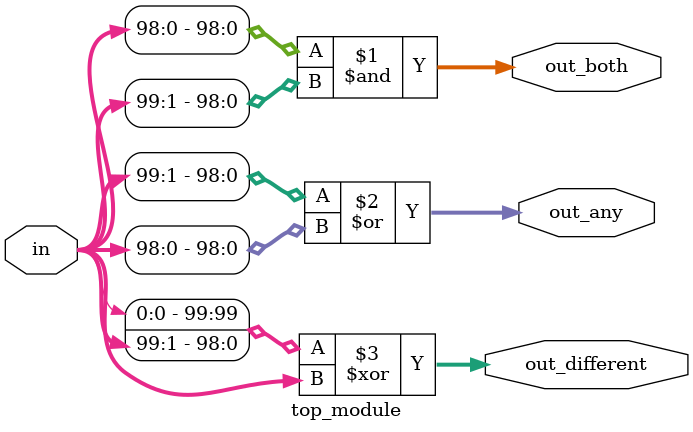
<source format=v>
module top_module( 
    input [99:0] in,
    output [98:0] out_both,
    output [99:1] out_any,
    output [99:0] out_different );

    assign out_both = in[98:0] & in[99:1];
    assign out_any = in[99:1] | in[98:0];
    assign out_different = { in[0], in[99:1] } ^ in[99:0];
    
endmodule

</source>
